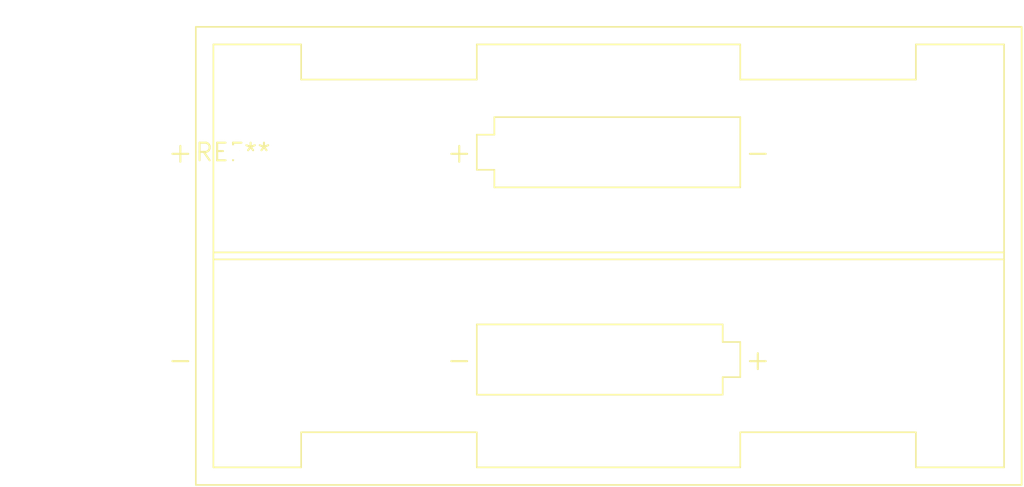
<source format=kicad_pcb>
(kicad_pcb (version 20240108) (generator pcbnew)
  (layers (0 "F.Cu" signal) (31 "B.Cu" signal) (34 "B.Paste" user) (35 "F.Paste" user) (36 "B.SilkS" user "B.Silkscreen") (37 "F.SilkS" user "F.Silkscreen") (38 "B.Mask" user) (39 "F.Mask" user) (44 "Edge.Cuts" user))
  (net 0 "")
  (footprint "BatteryHolder_Keystone_2462_2xAA" (layer "F.Cu") (at 0 0)
    (property "Reference" "REF**")
    (property "Value" "BatteryHolder_Keystone_2462_2xAA")
    (fp_line (start -2.69 -9.065) (end -2.69 24.055) (layer "F.SilkS") (stroke (width 0.12)))
    (fp_line (start -2.69 24.055) (end 57.02 24.055) (layer "F.SilkS") (stroke (width 0.12)))
    (fp_line (start -1.42 -7.795) (end -1.42 22.785) (layer "F.SilkS") (stroke (width 0.12)))
    (fp_line (start -1.42 7.241) (end 55.75 7.241) (layer "F.SilkS") (stroke (width 0.12)))
    (fp_line (start -1.42 22.785) (end 4.925 22.785) (layer "F.SilkS") (stroke (width 0.12)))
    (fp_line (start 4.925 -7.795) (end -1.42 -7.795) (layer "F.SilkS") (stroke (width 0.12)))
    (fp_line (start 4.925 -5.255) (end 4.925 -7.795) (layer "F.SilkS") (stroke (width 0.12)))
    (fp_line (start 4.925 -5.255) (end 17.625 -5.255) (layer "F.SilkS") (stroke (width 0.12)))
    (fp_line (start 4.925 20.245) (end 17.625 20.245) (layer "F.SilkS") (stroke (width 0.12)))
    (fp_line (start 4.925 22.785) (end 4.925 20.245) (layer "F.SilkS") (stroke (width 0.12)))
    (fp_line (start 17.625 -7.795) (end 17.625 -5.255) (layer "F.SilkS") (stroke (width 0.12)))
    (fp_line (start 17.625 -1.27) (end 18.895 -1.27) (layer "F.SilkS") (stroke (width 0.12)))
    (fp_line (start 17.625 1.27) (end 17.625 -1.27) (layer "F.SilkS") (stroke (width 0.12)))
    (fp_line (start 17.625 12.45) (end 35.405 12.45) (layer "F.SilkS") (stroke (width 0.12)))
    (fp_line (start 17.625 17.53) (end 17.625 12.45) (layer "F.SilkS") (stroke (width 0.12)))
    (fp_line (start 17.625 20.245) (end 17.625 22.785) (layer "F.SilkS") (stroke (width 0.12)))
    (fp_line (start 17.625 22.785) (end 36.675 22.785) (layer "F.SilkS") (stroke (width 0.12)))
    (fp_line (start 18.895 -2.54) (end 36.675 -2.54) (layer "F.SilkS") (stroke (width 0.12)))
    (fp_line (start 18.895 -1.27) (end 18.895 -2.54) (layer "F.SilkS") (stroke (width 0.12)))
    (fp_line (start 18.895 1.27) (end 17.625 1.27) (layer "F.SilkS") (stroke (width 0.12)))
    (fp_line (start 18.895 2.54) (end 18.895 1.27) (layer "F.SilkS") (stroke (width 0.12)))
    (fp_line (start 35.405 12.45) (end 35.405 13.72) (layer "F.SilkS") (stroke (width 0.12)))
    (fp_line (start 35.405 13.72) (end 36.675 13.72) (layer "F.SilkS") (stroke (width 0.12)))
    (fp_line (start 35.405 16.26) (end 35.405 17.53) (layer "F.SilkS") (stroke (width 0.12)))
    (fp_line (start 35.405 17.53) (end 17.625 17.53) (layer "F.SilkS") (stroke (width 0.12)))
    (fp_line (start 36.675 -7.795) (end 17.625 -7.795) (layer "F.SilkS") (stroke (width 0.12)))
    (fp_line (start 36.675 -5.255) (end 36.675 -7.795) (layer "F.SilkS") (stroke (width 0.12)))
    (fp_line (start 36.675 -2.54) (end 36.675 -1.27) (layer "F.SilkS") (stroke (width 0.12)))
    (fp_line (start 36.675 -1.27) (end 36.675 2.54) (layer "F.SilkS") (stroke (width 0.12)))
    (fp_line (start 36.675 2.54) (end 18.895 2.54) (layer "F.SilkS") (stroke (width 0.12)))
    (fp_line (start 36.675 13.72) (end 36.675 16.26) (layer "F.SilkS") (stroke (width 0.12)))
    (fp_line (start 36.675 16.26) (end 35.405 16.26) (layer "F.SilkS") (stroke (width 0.12)))
    (fp_line (start 36.675 22.785) (end 36.675 20.245) (layer "F.SilkS") (stroke (width 0.12)))
    (fp_line (start 49.375 -7.795) (end 49.375 -5.255) (layer "F.SilkS") (stroke (width 0.12)))
    (fp_line (start 49.375 -5.255) (end 36.675 -5.255) (layer "F.SilkS") (stroke (width 0.12)))
    (fp_line (start 49.375 20.245) (end 36.675 20.245) (layer "F.SilkS") (stroke (width 0.12)))
    (fp_line (start 49.375 22.785) (end 49.375 20.245) (layer "F.SilkS") (stroke (width 0.12)))
    (fp_line (start 55.75 -7.795) (end 49.375 -7.795) (layer "F.SilkS") (stroke (width 0.12)))
    (fp_line (start 55.75 -7.795) (end 55.75 22.785) (layer "F.SilkS") (stroke (width 0.12)))
    (fp_line (start 55.75 7.749) (end -1.42 7.749) (layer "F.SilkS") (stroke (width 0.12)))
    (fp_line (start 55.75 22.785) (end 49.375 22.785) (layer "F.SilkS") (stroke (width 0.12)))
    (fp_line (start 57.02 -9.065) (end -2.69 -9.065) (layer "F.SilkS") (stroke (width 0.12)))
    (fp_line (start 57.02 24.055) (end 57.02 -9.065) (layer "F.SilkS") (stroke (width 0.12)))
    (fp_text user "+" (at 16.355 0 0) (layer "F.SilkS") (effects (font (size 1.5 1.5))))
    (fp_text user "+" (at -3.81 0 0) (layer "F.SilkS") (effects (font (size 1.5 1.5))))
    (fp_text user "+" (at 37.945 14.99 0) (layer "F.SilkS") (effects (font (size 1.5 1.5))))
    (fp_text user "-" (at -3.81 14.99 0) (layer "F.SilkS") (effects (font (size 1.5 1.5))))
    (fp_text user "-" (at 37.945 0 0) (layer "F.SilkS") (effects (font (size 1.5 1.5))))
    (fp_text user "-" (at 16.355 14.99 0) (layer "F.SilkS") (effects (font (size 1.5 1.5))))
    (pad "" np_thru_hole circle (at 27.165 0) (size 3.3 3.3) (drill 3.3) (layers *.Cu *.Mask))
    (pad "" np_thru_hole circle (at 27.165 14.99) (size 3.3 3.3) (drill 3.3) (layers *.Cu *.Mask))
    (pad "1" thru_hole rect (at 0 0) (size 2 2) (drill 1.02) (layers *.Cu *.Mask) (remove_unused_layers))
    (pad "2" thru_hole circle (at 0 14.99) (size 2 2) (drill 1.02) (layers *.Cu *.Mask) (remove_unused_layers))
  )
)
</source>
